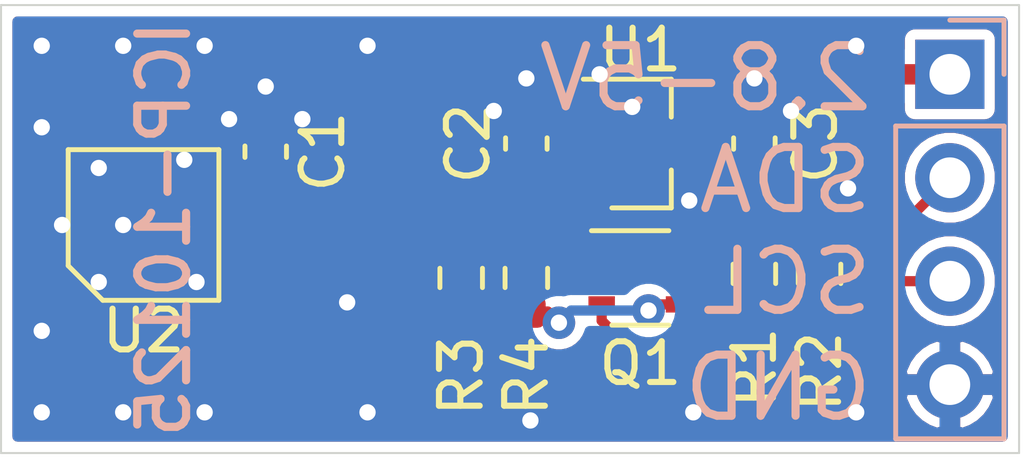
<source format=kicad_pcb>
(kicad_pcb (version 20171130) (host pcbnew "(5.1.10)-1")

  (general
    (thickness 1.6)
    (drawings 9)
    (tracks 105)
    (zones 0)
    (modules 11)
    (nets 8)
  )

  (page A4)
  (layers
    (0 F.Cu signal)
    (31 B.Cu signal)
    (32 B.Adhes user)
    (33 F.Adhes user)
    (34 B.Paste user)
    (35 F.Paste user)
    (36 B.SilkS user)
    (37 F.SilkS user)
    (38 B.Mask user)
    (39 F.Mask user)
    (40 Dwgs.User user)
    (41 Cmts.User user)
    (42 Eco1.User user)
    (43 Eco2.User user)
    (44 Edge.Cuts user)
    (45 Margin user)
    (46 B.CrtYd user)
    (47 F.CrtYd user)
    (48 B.Fab user)
    (49 F.Fab user)
  )

  (setup
    (last_trace_width 0.5)
    (user_trace_width 0.5)
    (trace_clearance 0.2)
    (zone_clearance 0.254)
    (zone_45_only no)
    (trace_min 0.2)
    (via_size 0.8)
    (via_drill 0.4)
    (via_min_size 0.4)
    (via_min_drill 0.3)
    (uvia_size 0.3)
    (uvia_drill 0.1)
    (uvias_allowed no)
    (uvia_min_size 0.2)
    (uvia_min_drill 0.1)
    (edge_width 0.05)
    (segment_width 0.2)
    (pcb_text_width 0.3)
    (pcb_text_size 1.5 1.5)
    (mod_edge_width 0.12)
    (mod_text_size 1 1)
    (mod_text_width 0.15)
    (pad_size 1.524 1.524)
    (pad_drill 0.762)
    (pad_to_mask_clearance 0)
    (aux_axis_origin 0 0)
    (visible_elements 7FFDFFFF)
    (pcbplotparams
      (layerselection 0x010fc_ffffffff)
      (usegerberextensions false)
      (usegerberattributes true)
      (usegerberadvancedattributes true)
      (creategerberjobfile true)
      (excludeedgelayer true)
      (linewidth 0.100000)
      (plotframeref false)
      (viasonmask false)
      (mode 1)
      (useauxorigin false)
      (hpglpennumber 1)
      (hpglpenspeed 20)
      (hpglpendiameter 15.000000)
      (psnegative false)
      (psa4output false)
      (plotreference true)
      (plotvalue true)
      (plotinvisibletext false)
      (padsonsilk false)
      (subtractmaskfromsilk false)
      (outputformat 1)
      (mirror false)
      (drillshape 1)
      (scaleselection 1)
      (outputdirectory ""))
  )

  (net 0 "")
  (net 1 GND)
  (net 2 /VDD18)
  (net 3 VCC)
  (net 4 /SCL)
  (net 5 /SDA)
  (net 6 /SCL18)
  (net 7 /SDA18)

  (net_class Default "This is the default net class."
    (clearance 0.2)
    (trace_width 0.25)
    (via_dia 0.8)
    (via_drill 0.4)
    (uvia_dia 0.3)
    (uvia_drill 0.1)
    (add_net /SCL)
    (add_net /SCL18)
    (add_net /SDA)
    (add_net /SDA18)
    (add_net /VDD18)
    (add_net GND)
    (add_net VCC)
  )

  (module ICP-10125:ICP-10125 (layer F.Cu) (tedit 6101A92F) (tstamp 610212C0)
    (at 101.5 75.4 90)
    (path /6101CB14)
    (fp_text reference U2 (at -2.6 0 180) (layer F.SilkS)
      (effects (font (size 1 1) (thickness 0.15)))
    )
    (fp_text value ICP-10125 (at 0 -2.7 90) (layer F.Fab)
      (effects (font (size 1 1) (thickness 0.15)))
    )
    (fp_line (start -2.1 2.1) (end -2.1 -2.1) (layer F.CrtYd) (width 0.05))
    (fp_line (start 2.1 2.1) (end -2.1 2.1) (layer F.CrtYd) (width 0.05))
    (fp_line (start 2.1 -2.1) (end 2.1 2.1) (layer F.CrtYd) (width 0.05))
    (fp_line (start -2.1 -2.1) (end 2.1 -2.1) (layer F.CrtYd) (width 0.05))
    (fp_line (start -1 -1.85) (end -1.85 -1) (layer F.Fab) (width 0.1))
    (fp_line (start -1.85 1.85) (end -1.85 -1) (layer F.Fab) (width 0.1))
    (fp_line (start 1.85 1.85) (end -1.85 1.85) (layer F.Fab) (width 0.1))
    (fp_line (start 1.85 -1.85) (end 1.85 1.85) (layer F.Fab) (width 0.1))
    (fp_line (start -1 -1.85) (end 1.85 -1.85) (layer F.Fab) (width 0.1))
    (fp_line (start -1 -1.85) (end -1.85 -1) (layer F.SilkS) (width 0.12))
    (fp_line (start -1.85 -1) (end -1.85 1.85) (layer F.SilkS) (width 0.12))
    (fp_line (start 1.85 1.85) (end -1.85 1.85) (layer F.SilkS) (width 0.12))
    (fp_line (start 1.85 -1.85) (end 1.85 1.85) (layer F.SilkS) (width 0.12))
    (fp_line (start -1 -1.85) (end 1.85 -1.85) (layer F.SilkS) (width 0.12))
    (fp_text user %R (at 0 0 90) (layer F.Fab)
      (effects (font (size 0.8 0.8) (thickness 0.12)))
    )
    (pad 10 smd roundrect (at -0.7 -1.225 180) (size 0.75 0.45) (layers F.Cu F.Paste F.Mask) (roundrect_rratio 0.25)
      (net 1 GND))
    (pad 9 smd roundrect (at 0 -1.225 180) (size 0.75 0.45) (layers F.Cu F.Paste F.Mask) (roundrect_rratio 0.25)
      (net 1 GND))
    (pad 8 smd roundrect (at 0.7 -1.225 180) (size 0.75 0.45) (layers F.Cu F.Paste F.Mask) (roundrect_rratio 0.25)
      (net 1 GND))
    (pad 7 smd roundrect (at 1.225 -0.35 270) (size 0.75 0.45) (layers F.Cu F.Paste F.Mask) (roundrect_rratio 0.25)
      (net 1 GND))
    (pad 6 smd roundrect (at 1.225 0.35 270) (size 0.75 0.45) (layers F.Cu F.Paste F.Mask) (roundrect_rratio 0.25)
      (net 1 GND))
    (pad 5 smd roundrect (at 0.7 1.225 180) (size 0.75 0.45) (layers F.Cu F.Paste F.Mask) (roundrect_rratio 0.25)
      (net 2 /VDD18))
    (pad 4 smd roundrect (at 0 1.225 180) (size 0.75 0.45) (layers F.Cu F.Paste F.Mask) (roundrect_rratio 0.25)
      (net 7 /SDA18))
    (pad 3 smd roundrect (at -0.7 1.225 180) (size 0.75 0.45) (layers F.Cu F.Paste F.Mask) (roundrect_rratio 0.25)
      (net 1 GND))
    (pad 2 smd roundrect (at -1.225 0.35 90) (size 0.75 0.45) (layers F.Cu F.Paste F.Mask) (roundrect_rratio 0.25)
      (net 6 /SCL18))
    (pad 1 smd roundrect (at -1.225 -0.35 90) (size 0.75 0.45) (layers F.Cu F.Paste F.Mask) (roundrect_rratio 0.25)
      (net 1 GND))
  )

  (module Package_TO_SOT_SMD:SOT-23 (layer F.Cu) (tedit 5A02FF57) (tstamp 61020232)
    (at 113.7 73.4)
    (descr "SOT-23, Standard")
    (tags SOT-23)
    (path /610211F6)
    (attr smd)
    (fp_text reference U1 (at 0 -2.3) (layer F.SilkS)
      (effects (font (size 1 1) (thickness 0.15)))
    )
    (fp_text value AP7313R (at 0 2.5) (layer F.Fab)
      (effects (font (size 1 1) (thickness 0.15)))
    )
    (fp_line (start 0.76 1.58) (end -0.7 1.58) (layer F.SilkS) (width 0.12))
    (fp_line (start 0.76 -1.58) (end -1.4 -1.58) (layer F.SilkS) (width 0.12))
    (fp_line (start -1.7 1.75) (end -1.7 -1.75) (layer F.CrtYd) (width 0.05))
    (fp_line (start 1.7 1.75) (end -1.7 1.75) (layer F.CrtYd) (width 0.05))
    (fp_line (start 1.7 -1.75) (end 1.7 1.75) (layer F.CrtYd) (width 0.05))
    (fp_line (start -1.7 -1.75) (end 1.7 -1.75) (layer F.CrtYd) (width 0.05))
    (fp_line (start 0.76 -1.58) (end 0.76 -0.65) (layer F.SilkS) (width 0.12))
    (fp_line (start 0.76 1.58) (end 0.76 0.65) (layer F.SilkS) (width 0.12))
    (fp_line (start -0.7 1.52) (end 0.7 1.52) (layer F.Fab) (width 0.1))
    (fp_line (start 0.7 -1.52) (end 0.7 1.52) (layer F.Fab) (width 0.1))
    (fp_line (start -0.7 -0.95) (end -0.15 -1.52) (layer F.Fab) (width 0.1))
    (fp_line (start -0.15 -1.52) (end 0.7 -1.52) (layer F.Fab) (width 0.1))
    (fp_line (start -0.7 -0.95) (end -0.7 1.5) (layer F.Fab) (width 0.1))
    (fp_text user %R (at 0 0 90) (layer F.Fab)
      (effects (font (size 0.5 0.5) (thickness 0.075)))
    )
    (pad 3 smd rect (at 1 0) (size 0.9 0.8) (layers F.Cu F.Paste F.Mask)
      (net 3 VCC))
    (pad 2 smd rect (at -1 0.95) (size 0.9 0.8) (layers F.Cu F.Paste F.Mask)
      (net 2 /VDD18))
    (pad 1 smd rect (at -1 -0.95) (size 0.9 0.8) (layers F.Cu F.Paste F.Mask)
      (net 1 GND))
    (model ${KISYS3DMOD}/Package_TO_SOT_SMD.3dshapes/SOT-23.wrl
      (at (xyz 0 0 0))
      (scale (xyz 1 1 1))
      (rotate (xyz 0 0 0))
    )
  )

  (module Resistor_SMD:R_0603_1608Metric (layer F.Cu) (tedit 5F68FEEE) (tstamp 61020A64)
    (at 110.9 76.7 270)
    (descr "Resistor SMD 0603 (1608 Metric), square (rectangular) end terminal, IPC_7351 nominal, (Body size source: IPC-SM-782 page 72, https://www.pcb-3d.com/wordpress/wp-content/uploads/ipc-sm-782a_amendment_1_and_2.pdf), generated with kicad-footprint-generator")
    (tags resistor)
    (path /61024F43)
    (attr smd)
    (fp_text reference R4 (at 2.4 0 90) (layer F.SilkS)
      (effects (font (size 1 1) (thickness 0.15)))
    )
    (fp_text value 10K (at 0 1.43 90) (layer F.Fab)
      (effects (font (size 1 1) (thickness 0.15)))
    )
    (fp_line (start 1.48 0.73) (end -1.48 0.73) (layer F.CrtYd) (width 0.05))
    (fp_line (start 1.48 -0.73) (end 1.48 0.73) (layer F.CrtYd) (width 0.05))
    (fp_line (start -1.48 -0.73) (end 1.48 -0.73) (layer F.CrtYd) (width 0.05))
    (fp_line (start -1.48 0.73) (end -1.48 -0.73) (layer F.CrtYd) (width 0.05))
    (fp_line (start -0.237258 0.5225) (end 0.237258 0.5225) (layer F.SilkS) (width 0.12))
    (fp_line (start -0.237258 -0.5225) (end 0.237258 -0.5225) (layer F.SilkS) (width 0.12))
    (fp_line (start 0.8 0.4125) (end -0.8 0.4125) (layer F.Fab) (width 0.1))
    (fp_line (start 0.8 -0.4125) (end 0.8 0.4125) (layer F.Fab) (width 0.1))
    (fp_line (start -0.8 -0.4125) (end 0.8 -0.4125) (layer F.Fab) (width 0.1))
    (fp_line (start -0.8 0.4125) (end -0.8 -0.4125) (layer F.Fab) (width 0.1))
    (fp_text user %R (at 0 0 90) (layer F.Fab)
      (effects (font (size 0.4 0.4) (thickness 0.06)))
    )
    (pad 2 smd roundrect (at 0.825 0 270) (size 0.8 0.95) (layers F.Cu F.Paste F.Mask) (roundrect_rratio 0.25)
      (net 6 /SCL18))
    (pad 1 smd roundrect (at -0.825 0 270) (size 0.8 0.95) (layers F.Cu F.Paste F.Mask) (roundrect_rratio 0.25)
      (net 2 /VDD18))
    (model ${KISYS3DMOD}/Resistor_SMD.3dshapes/R_0603_1608Metric.wrl
      (at (xyz 0 0 0))
      (scale (xyz 1 1 1))
      (rotate (xyz 0 0 0))
    )
  )

  (module Resistor_SMD:R_0603_1608Metric (layer F.Cu) (tedit 5F68FEEE) (tstamp 6102020C)
    (at 109.3 76.7 270)
    (descr "Resistor SMD 0603 (1608 Metric), square (rectangular) end terminal, IPC_7351 nominal, (Body size source: IPC-SM-782 page 72, https://www.pcb-3d.com/wordpress/wp-content/uploads/ipc-sm-782a_amendment_1_and_2.pdf), generated with kicad-footprint-generator")
    (tags resistor)
    (path /61024820)
    (attr smd)
    (fp_text reference R3 (at 2.4 0 90) (layer F.SilkS)
      (effects (font (size 1 1) (thickness 0.15)))
    )
    (fp_text value 10K (at 0 1.43 90) (layer F.Fab)
      (effects (font (size 1 1) (thickness 0.15)))
    )
    (fp_line (start 1.48 0.73) (end -1.48 0.73) (layer F.CrtYd) (width 0.05))
    (fp_line (start 1.48 -0.73) (end 1.48 0.73) (layer F.CrtYd) (width 0.05))
    (fp_line (start -1.48 -0.73) (end 1.48 -0.73) (layer F.CrtYd) (width 0.05))
    (fp_line (start -1.48 0.73) (end -1.48 -0.73) (layer F.CrtYd) (width 0.05))
    (fp_line (start -0.237258 0.5225) (end 0.237258 0.5225) (layer F.SilkS) (width 0.12))
    (fp_line (start -0.237258 -0.5225) (end 0.237258 -0.5225) (layer F.SilkS) (width 0.12))
    (fp_line (start 0.8 0.4125) (end -0.8 0.4125) (layer F.Fab) (width 0.1))
    (fp_line (start 0.8 -0.4125) (end 0.8 0.4125) (layer F.Fab) (width 0.1))
    (fp_line (start -0.8 -0.4125) (end 0.8 -0.4125) (layer F.Fab) (width 0.1))
    (fp_line (start -0.8 0.4125) (end -0.8 -0.4125) (layer F.Fab) (width 0.1))
    (fp_text user %R (at 0 0 90) (layer F.Fab)
      (effects (font (size 0.4 0.4) (thickness 0.06)))
    )
    (pad 2 smd roundrect (at 0.825 0 270) (size 0.8 0.95) (layers F.Cu F.Paste F.Mask) (roundrect_rratio 0.25)
      (net 7 /SDA18))
    (pad 1 smd roundrect (at -0.825 0 270) (size 0.8 0.95) (layers F.Cu F.Paste F.Mask) (roundrect_rratio 0.25)
      (net 2 /VDD18))
    (model ${KISYS3DMOD}/Resistor_SMD.3dshapes/R_0603_1608Metric.wrl
      (at (xyz 0 0 0))
      (scale (xyz 1 1 1))
      (rotate (xyz 0 0 0))
    )
  )

  (module Resistor_SMD:R_0603_1608Metric (layer F.Cu) (tedit 5F68FEEE) (tstamp 610201FB)
    (at 118.1 76.6 270)
    (descr "Resistor SMD 0603 (1608 Metric), square (rectangular) end terminal, IPC_7351 nominal, (Body size source: IPC-SM-782 page 72, https://www.pcb-3d.com/wordpress/wp-content/uploads/ipc-sm-782a_amendment_1_and_2.pdf), generated with kicad-footprint-generator")
    (tags resistor)
    (path /610245BD)
    (attr smd)
    (fp_text reference R2 (at 2.4 0 90) (layer F.SilkS)
      (effects (font (size 1 1) (thickness 0.15)))
    )
    (fp_text value 10K (at 0 1.43 90) (layer F.Fab)
      (effects (font (size 1 1) (thickness 0.15)))
    )
    (fp_line (start 1.48 0.73) (end -1.48 0.73) (layer F.CrtYd) (width 0.05))
    (fp_line (start 1.48 -0.73) (end 1.48 0.73) (layer F.CrtYd) (width 0.05))
    (fp_line (start -1.48 -0.73) (end 1.48 -0.73) (layer F.CrtYd) (width 0.05))
    (fp_line (start -1.48 0.73) (end -1.48 -0.73) (layer F.CrtYd) (width 0.05))
    (fp_line (start -0.237258 0.5225) (end 0.237258 0.5225) (layer F.SilkS) (width 0.12))
    (fp_line (start -0.237258 -0.5225) (end 0.237258 -0.5225) (layer F.SilkS) (width 0.12))
    (fp_line (start 0.8 0.4125) (end -0.8 0.4125) (layer F.Fab) (width 0.1))
    (fp_line (start 0.8 -0.4125) (end 0.8 0.4125) (layer F.Fab) (width 0.1))
    (fp_line (start -0.8 -0.4125) (end 0.8 -0.4125) (layer F.Fab) (width 0.1))
    (fp_line (start -0.8 0.4125) (end -0.8 -0.4125) (layer F.Fab) (width 0.1))
    (fp_text user %R (at 0 0 90) (layer F.Fab)
      (effects (font (size 0.4 0.4) (thickness 0.06)))
    )
    (pad 2 smd roundrect (at 0.825 0 270) (size 0.8 0.95) (layers F.Cu F.Paste F.Mask) (roundrect_rratio 0.25)
      (net 4 /SCL))
    (pad 1 smd roundrect (at -0.825 0 270) (size 0.8 0.95) (layers F.Cu F.Paste F.Mask) (roundrect_rratio 0.25)
      (net 3 VCC))
    (model ${KISYS3DMOD}/Resistor_SMD.3dshapes/R_0603_1608Metric.wrl
      (at (xyz 0 0 0))
      (scale (xyz 1 1 1))
      (rotate (xyz 0 0 0))
    )
  )

  (module Resistor_SMD:R_0603_1608Metric (layer F.Cu) (tedit 5F68FEEE) (tstamp 610201EA)
    (at 116.5 76.6 270)
    (descr "Resistor SMD 0603 (1608 Metric), square (rectangular) end terminal, IPC_7351 nominal, (Body size source: IPC-SM-782 page 72, https://www.pcb-3d.com/wordpress/wp-content/uploads/ipc-sm-782a_amendment_1_and_2.pdf), generated with kicad-footprint-generator")
    (tags resistor)
    (path /610241A3)
    (attr smd)
    (fp_text reference R1 (at 2.3 0 90) (layer F.SilkS)
      (effects (font (size 1 1) (thickness 0.15)))
    )
    (fp_text value 10K (at 0 1.43 90) (layer F.Fab)
      (effects (font (size 1 1) (thickness 0.15)))
    )
    (fp_line (start 1.48 0.73) (end -1.48 0.73) (layer F.CrtYd) (width 0.05))
    (fp_line (start 1.48 -0.73) (end 1.48 0.73) (layer F.CrtYd) (width 0.05))
    (fp_line (start -1.48 -0.73) (end 1.48 -0.73) (layer F.CrtYd) (width 0.05))
    (fp_line (start -1.48 0.73) (end -1.48 -0.73) (layer F.CrtYd) (width 0.05))
    (fp_line (start -0.237258 0.5225) (end 0.237258 0.5225) (layer F.SilkS) (width 0.12))
    (fp_line (start -0.237258 -0.5225) (end 0.237258 -0.5225) (layer F.SilkS) (width 0.12))
    (fp_line (start 0.8 0.4125) (end -0.8 0.4125) (layer F.Fab) (width 0.1))
    (fp_line (start 0.8 -0.4125) (end 0.8 0.4125) (layer F.Fab) (width 0.1))
    (fp_line (start -0.8 -0.4125) (end 0.8 -0.4125) (layer F.Fab) (width 0.1))
    (fp_line (start -0.8 0.4125) (end -0.8 -0.4125) (layer F.Fab) (width 0.1))
    (fp_text user %R (at 0 0 90) (layer F.Fab)
      (effects (font (size 0.4 0.4) (thickness 0.06)))
    )
    (pad 2 smd roundrect (at 0.825 0 270) (size 0.8 0.95) (layers F.Cu F.Paste F.Mask) (roundrect_rratio 0.25)
      (net 5 /SDA))
    (pad 1 smd roundrect (at -0.825 0 270) (size 0.8 0.95) (layers F.Cu F.Paste F.Mask) (roundrect_rratio 0.25)
      (net 3 VCC))
    (model ${KISYS3DMOD}/Resistor_SMD.3dshapes/R_0603_1608Metric.wrl
      (at (xyz 0 0 0))
      (scale (xyz 1 1 1))
      (rotate (xyz 0 0 0))
    )
  )

  (module Package_TO_SOT_SMD:SOT-363_SC-70-6 (layer F.Cu) (tedit 5A02FF57) (tstamp 610201D9)
    (at 113.7 76.7)
    (descr "SOT-363, SC-70-6")
    (tags "SOT-363 SC-70-6")
    (path /61021BAE)
    (attr smd)
    (fp_text reference Q1 (at 0 2.1) (layer F.SilkS)
      (effects (font (size 1 1) (thickness 0.15)))
    )
    (fp_text value UM6K34NTCN (at 0 2 180) (layer F.Fab)
      (effects (font (size 1 1) (thickness 0.15)))
    )
    (fp_line (start -0.175 -1.1) (end -0.675 -0.6) (layer F.Fab) (width 0.1))
    (fp_line (start 0.675 1.1) (end -0.675 1.1) (layer F.Fab) (width 0.1))
    (fp_line (start 0.675 -1.1) (end 0.675 1.1) (layer F.Fab) (width 0.1))
    (fp_line (start -1.6 1.4) (end 1.6 1.4) (layer F.CrtYd) (width 0.05))
    (fp_line (start -0.675 -0.6) (end -0.675 1.1) (layer F.Fab) (width 0.1))
    (fp_line (start 0.675 -1.1) (end -0.175 -1.1) (layer F.Fab) (width 0.1))
    (fp_line (start -1.6 -1.4) (end 1.6 -1.4) (layer F.CrtYd) (width 0.05))
    (fp_line (start -1.6 -1.4) (end -1.6 1.4) (layer F.CrtYd) (width 0.05))
    (fp_line (start 1.6 1.4) (end 1.6 -1.4) (layer F.CrtYd) (width 0.05))
    (fp_line (start -0.7 1.16) (end 0.7 1.16) (layer F.SilkS) (width 0.12))
    (fp_line (start 0.7 -1.16) (end -1.2 -1.16) (layer F.SilkS) (width 0.12))
    (fp_text user %R (at 0 0 90) (layer F.Fab)
      (effects (font (size 0.5 0.5) (thickness 0.075)))
    )
    (pad 6 smd rect (at 0.95 -0.65) (size 0.65 0.4) (layers F.Cu F.Paste F.Mask)
      (net 5 /SDA))
    (pad 4 smd rect (at 0.95 0.65) (size 0.65 0.4) (layers F.Cu F.Paste F.Mask)
      (net 6 /SCL18))
    (pad 2 smd rect (at -0.95 0) (size 0.65 0.4) (layers F.Cu F.Paste F.Mask)
      (net 2 /VDD18))
    (pad 5 smd rect (at 0.95 0) (size 0.65 0.4) (layers F.Cu F.Paste F.Mask)
      (net 2 /VDD18))
    (pad 3 smd rect (at -0.95 0.65) (size 0.65 0.4) (layers F.Cu F.Paste F.Mask)
      (net 4 /SCL))
    (pad 1 smd rect (at -0.95 -0.65) (size 0.65 0.4) (layers F.Cu F.Paste F.Mask)
      (net 7 /SDA18))
    (model ${KISYS3DMOD}/Package_TO_SOT_SMD.3dshapes/SOT-363_SC-70-6.wrl
      (at (xyz 0 0 0))
      (scale (xyz 1 1 1))
      (rotate (xyz 0 0 0))
    )
  )

  (module Connector_PinHeader_2.54mm:PinHeader_1x04_P2.54mm_Vertical (layer B.Cu) (tedit 59FED5CC) (tstamp 610201C3)
    (at 121.3 71.7 180)
    (descr "Through hole straight pin header, 1x04, 2.54mm pitch, single row")
    (tags "Through hole pin header THT 1x04 2.54mm single row")
    (path /61044E00)
    (fp_text reference J1 (at 0 2.33) (layer B.SilkS) hide
      (effects (font (size 1 1) (thickness 0.15)) (justify mirror))
    )
    (fp_text value Conn_01x04 (at 0 -9.95) (layer B.Fab)
      (effects (font (size 1 1) (thickness 0.15)) (justify mirror))
    )
    (fp_line (start 1.8 1.8) (end -1.8 1.8) (layer B.CrtYd) (width 0.05))
    (fp_line (start 1.8 -9.4) (end 1.8 1.8) (layer B.CrtYd) (width 0.05))
    (fp_line (start -1.8 -9.4) (end 1.8 -9.4) (layer B.CrtYd) (width 0.05))
    (fp_line (start -1.8 1.8) (end -1.8 -9.4) (layer B.CrtYd) (width 0.05))
    (fp_line (start -1.33 1.33) (end 0 1.33) (layer B.SilkS) (width 0.12))
    (fp_line (start -1.33 0) (end -1.33 1.33) (layer B.SilkS) (width 0.12))
    (fp_line (start -1.33 -1.27) (end 1.33 -1.27) (layer B.SilkS) (width 0.12))
    (fp_line (start 1.33 -1.27) (end 1.33 -8.95) (layer B.SilkS) (width 0.12))
    (fp_line (start -1.33 -1.27) (end -1.33 -8.95) (layer B.SilkS) (width 0.12))
    (fp_line (start -1.33 -8.95) (end 1.33 -8.95) (layer B.SilkS) (width 0.12))
    (fp_line (start -1.27 0.635) (end -0.635 1.27) (layer B.Fab) (width 0.1))
    (fp_line (start -1.27 -8.89) (end -1.27 0.635) (layer B.Fab) (width 0.1))
    (fp_line (start 1.27 -8.89) (end -1.27 -8.89) (layer B.Fab) (width 0.1))
    (fp_line (start 1.27 1.27) (end 1.27 -8.89) (layer B.Fab) (width 0.1))
    (fp_line (start -0.635 1.27) (end 1.27 1.27) (layer B.Fab) (width 0.1))
    (fp_text user %R (at 0 -3.81 270) (layer B.Fab)
      (effects (font (size 1 1) (thickness 0.15)) (justify mirror))
    )
    (pad 4 thru_hole oval (at 0 -7.62 180) (size 1.7 1.7) (drill 1) (layers *.Cu *.Mask)
      (net 1 GND))
    (pad 3 thru_hole oval (at 0 -5.08 180) (size 1.7 1.7) (drill 1) (layers *.Cu *.Mask)
      (net 4 /SCL))
    (pad 2 thru_hole oval (at 0 -2.54 180) (size 1.7 1.7) (drill 1) (layers *.Cu *.Mask)
      (net 5 /SDA))
    (pad 1 thru_hole rect (at 0 0 180) (size 1.7 1.7) (drill 1) (layers *.Cu *.Mask)
      (net 3 VCC))
    (model ${KISYS3DMOD}/Connector_PinHeader_2.54mm.3dshapes/PinHeader_1x04_P2.54mm_Vertical.wrl
      (at (xyz 0 0 0))
      (scale (xyz 1 1 1))
      (rotate (xyz 0 0 0))
    )
  )

  (module Capacitor_SMD:C_0603_1608Metric (layer F.Cu) (tedit 5F68FEEE) (tstamp 610201AB)
    (at 116.5 73.4 90)
    (descr "Capacitor SMD 0603 (1608 Metric), square (rectangular) end terminal, IPC_7351 nominal, (Body size source: IPC-SM-782 page 76, https://www.pcb-3d.com/wordpress/wp-content/uploads/ipc-sm-782a_amendment_1_and_2.pdf), generated with kicad-footprint-generator")
    (tags capacitor)
    (path /61023DA3)
    (attr smd)
    (fp_text reference C3 (at 0 1.5 90) (layer F.SilkS)
      (effects (font (size 1 1) (thickness 0.15)))
    )
    (fp_text value 1uF (at 0 1.43 90) (layer F.Fab)
      (effects (font (size 1 1) (thickness 0.15)))
    )
    (fp_line (start 1.48 0.73) (end -1.48 0.73) (layer F.CrtYd) (width 0.05))
    (fp_line (start 1.48 -0.73) (end 1.48 0.73) (layer F.CrtYd) (width 0.05))
    (fp_line (start -1.48 -0.73) (end 1.48 -0.73) (layer F.CrtYd) (width 0.05))
    (fp_line (start -1.48 0.73) (end -1.48 -0.73) (layer F.CrtYd) (width 0.05))
    (fp_line (start -0.14058 0.51) (end 0.14058 0.51) (layer F.SilkS) (width 0.12))
    (fp_line (start -0.14058 -0.51) (end 0.14058 -0.51) (layer F.SilkS) (width 0.12))
    (fp_line (start 0.8 0.4) (end -0.8 0.4) (layer F.Fab) (width 0.1))
    (fp_line (start 0.8 -0.4) (end 0.8 0.4) (layer F.Fab) (width 0.1))
    (fp_line (start -0.8 -0.4) (end 0.8 -0.4) (layer F.Fab) (width 0.1))
    (fp_line (start -0.8 0.4) (end -0.8 -0.4) (layer F.Fab) (width 0.1))
    (fp_text user %R (at 0 0 90) (layer F.Fab)
      (effects (font (size 0.4 0.4) (thickness 0.06)))
    )
    (pad 2 smd roundrect (at 0.775 0 90) (size 0.9 0.95) (layers F.Cu F.Paste F.Mask) (roundrect_rratio 0.25)
      (net 1 GND))
    (pad 1 smd roundrect (at -0.775 0 90) (size 0.9 0.95) (layers F.Cu F.Paste F.Mask) (roundrect_rratio 0.25)
      (net 3 VCC))
    (model ${KISYS3DMOD}/Capacitor_SMD.3dshapes/C_0603_1608Metric.wrl
      (at (xyz 0 0 0))
      (scale (xyz 1 1 1))
      (rotate (xyz 0 0 0))
    )
  )

  (module Capacitor_SMD:C_0603_1608Metric (layer F.Cu) (tedit 5F68FEEE) (tstamp 6102019A)
    (at 110.9 73.4 90)
    (descr "Capacitor SMD 0603 (1608 Metric), square (rectangular) end terminal, IPC_7351 nominal, (Body size source: IPC-SM-782 page 76, https://www.pcb-3d.com/wordpress/wp-content/uploads/ipc-sm-782a_amendment_1_and_2.pdf), generated with kicad-footprint-generator")
    (tags capacitor)
    (path /61023B83)
    (attr smd)
    (fp_text reference C2 (at 0 -1.43 90) (layer F.SilkS)
      (effects (font (size 1 1) (thickness 0.15)))
    )
    (fp_text value 1uF (at 0 1.43 90) (layer F.Fab)
      (effects (font (size 1 1) (thickness 0.15)))
    )
    (fp_line (start 1.48 0.73) (end -1.48 0.73) (layer F.CrtYd) (width 0.05))
    (fp_line (start 1.48 -0.73) (end 1.48 0.73) (layer F.CrtYd) (width 0.05))
    (fp_line (start -1.48 -0.73) (end 1.48 -0.73) (layer F.CrtYd) (width 0.05))
    (fp_line (start -1.48 0.73) (end -1.48 -0.73) (layer F.CrtYd) (width 0.05))
    (fp_line (start -0.14058 0.51) (end 0.14058 0.51) (layer F.SilkS) (width 0.12))
    (fp_line (start -0.14058 -0.51) (end 0.14058 -0.51) (layer F.SilkS) (width 0.12))
    (fp_line (start 0.8 0.4) (end -0.8 0.4) (layer F.Fab) (width 0.1))
    (fp_line (start 0.8 -0.4) (end 0.8 0.4) (layer F.Fab) (width 0.1))
    (fp_line (start -0.8 -0.4) (end 0.8 -0.4) (layer F.Fab) (width 0.1))
    (fp_line (start -0.8 0.4) (end -0.8 -0.4) (layer F.Fab) (width 0.1))
    (fp_text user %R (at 0 0 90) (layer F.Fab)
      (effects (font (size 0.4 0.4) (thickness 0.06)))
    )
    (pad 2 smd roundrect (at 0.775 0 90) (size 0.9 0.95) (layers F.Cu F.Paste F.Mask) (roundrect_rratio 0.25)
      (net 1 GND))
    (pad 1 smd roundrect (at -0.775 0 90) (size 0.9 0.95) (layers F.Cu F.Paste F.Mask) (roundrect_rratio 0.25)
      (net 2 /VDD18))
    (model ${KISYS3DMOD}/Capacitor_SMD.3dshapes/C_0603_1608Metric.wrl
      (at (xyz 0 0 0))
      (scale (xyz 1 1 1))
      (rotate (xyz 0 0 0))
    )
  )

  (module Capacitor_SMD:C_0603_1608Metric (layer F.Cu) (tedit 5F68FEEE) (tstamp 61020189)
    (at 104.5 73.6 90)
    (descr "Capacitor SMD 0603 (1608 Metric), square (rectangular) end terminal, IPC_7351 nominal, (Body size source: IPC-SM-782 page 76, https://www.pcb-3d.com/wordpress/wp-content/uploads/ipc-sm-782a_amendment_1_and_2.pdf), generated with kicad-footprint-generator")
    (tags capacitor)
    (path /610231B2)
    (attr smd)
    (fp_text reference C1 (at 0 1.4 90) (layer F.SilkS)
      (effects (font (size 1 1) (thickness 0.15)))
    )
    (fp_text value 100nF (at 0 1.43 90) (layer F.Fab)
      (effects (font (size 1 1) (thickness 0.15)))
    )
    (fp_line (start 1.48 0.73) (end -1.48 0.73) (layer F.CrtYd) (width 0.05))
    (fp_line (start 1.48 -0.73) (end 1.48 0.73) (layer F.CrtYd) (width 0.05))
    (fp_line (start -1.48 -0.73) (end 1.48 -0.73) (layer F.CrtYd) (width 0.05))
    (fp_line (start -1.48 0.73) (end -1.48 -0.73) (layer F.CrtYd) (width 0.05))
    (fp_line (start -0.14058 0.51) (end 0.14058 0.51) (layer F.SilkS) (width 0.12))
    (fp_line (start -0.14058 -0.51) (end 0.14058 -0.51) (layer F.SilkS) (width 0.12))
    (fp_line (start 0.8 0.4) (end -0.8 0.4) (layer F.Fab) (width 0.1))
    (fp_line (start 0.8 -0.4) (end 0.8 0.4) (layer F.Fab) (width 0.1))
    (fp_line (start -0.8 -0.4) (end 0.8 -0.4) (layer F.Fab) (width 0.1))
    (fp_line (start -0.8 0.4) (end -0.8 -0.4) (layer F.Fab) (width 0.1))
    (fp_text user %R (at 0 0 90) (layer F.Fab)
      (effects (font (size 0.4 0.4) (thickness 0.06)))
    )
    (pad 2 smd roundrect (at 0.775 0 90) (size 0.9 0.95) (layers F.Cu F.Paste F.Mask) (roundrect_rratio 0.25)
      (net 1 GND))
    (pad 1 smd roundrect (at -0.775 0 90) (size 0.9 0.95) (layers F.Cu F.Paste F.Mask) (roundrect_rratio 0.25)
      (net 2 /VDD18))
    (model ${KISYS3DMOD}/Capacitor_SMD.3dshapes/C_0603_1608Metric.wrl
      (at (xyz 0 0 0))
      (scale (xyz 1 1 1))
      (rotate (xyz 0 0 0))
    )
  )

  (gr_text ICP-10125 (at 102 75.5 90) (layer B.SilkS) (tstamp 61021525)
    (effects (font (size 1.2 1.2) (thickness 0.2)) (justify mirror))
  )
  (gr_text GND (at 119.5 79.4) (layer B.SilkS) (tstamp 61021522)
    (effects (font (size 1.5 1.5) (thickness 0.2)) (justify left mirror))
  )
  (gr_text SCL (at 119.5 76.8) (layer B.SilkS) (tstamp 6102151F)
    (effects (font (size 1.5 1.5) (thickness 0.2)) (justify left mirror))
  )
  (gr_text SDA (at 119.5 74.3) (layer B.SilkS) (tstamp 6102151C)
    (effects (font (size 1.5 1.5) (thickness 0.2)) (justify left mirror))
  )
  (gr_text 2.8-5V (at 119.5 71.8) (layer B.SilkS)
    (effects (font (size 1.5 1.5) (thickness 0.2)) (justify left mirror))
  )
  (gr_line (start 123 81) (end 123 70) (layer Edge.Cuts) (width 0.05) (tstamp 61020F75))
  (gr_line (start 98 81) (end 123 81) (layer Edge.Cuts) (width 0.05))
  (gr_line (start 98 70) (end 98 81) (layer Edge.Cuts) (width 0.05))
  (gr_line (start 123 70) (end 98 70) (layer Edge.Cuts) (width 0.05))

  (via (at 116.5 71.8) (size 0.8) (drill 0.4) (layers F.Cu B.Cu) (net 1))
  (segment (start 116.5 72.625) (end 116.5 71.8) (width 0.5) (layer F.Cu) (net 1))
  (via (at 117.4 72.6) (size 0.8) (drill 0.4) (layers F.Cu B.Cu) (net 1))
  (segment (start 117.375 72.625) (end 117.4 72.6) (width 0.5) (layer F.Cu) (net 1))
  (segment (start 116.5 72.625) (end 117.375 72.625) (width 0.5) (layer F.Cu) (net 1))
  (via (at 112.7 71.7) (size 0.8) (drill 0.4) (layers F.Cu B.Cu) (net 1))
  (segment (start 112.7 72.45) (end 112.7 71.7) (width 0.5) (layer F.Cu) (net 1))
  (via (at 113.5 72.5) (size 0.8) (drill 0.4) (layers F.Cu B.Cu) (net 1))
  (segment (start 113.45 72.45) (end 113.5 72.5) (width 0.5) (layer F.Cu) (net 1))
  (segment (start 112.7 72.45) (end 113.45 72.45) (width 0.5) (layer F.Cu) (net 1))
  (via (at 110.9 71.8) (size 0.8) (drill 0.4) (layers F.Cu B.Cu) (net 1))
  (segment (start 110.9 72.625) (end 110.9 71.8) (width 0.5) (layer F.Cu) (net 1))
  (via (at 110.1 72.6) (size 0.8) (drill 0.4) (layers F.Cu B.Cu) (net 1))
  (segment (start 110.125 72.625) (end 110.1 72.6) (width 0.5) (layer F.Cu) (net 1))
  (segment (start 110.9 72.625) (end 110.125 72.625) (width 0.5) (layer F.Cu) (net 1))
  (via (at 104.5 72) (size 0.8) (drill 0.4) (layers F.Cu B.Cu) (net 1))
  (segment (start 104.5 72.825) (end 104.5 72) (width 0.5) (layer F.Cu) (net 1))
  (via (at 105.4 72.8) (size 0.8) (drill 0.4) (layers F.Cu B.Cu) (net 1))
  (segment (start 105.375 72.825) (end 105.4 72.8) (width 0.5) (layer F.Cu) (net 1))
  (segment (start 104.5 72.825) (end 105.375 72.825) (width 0.5) (layer F.Cu) (net 1))
  (via (at 103.6 72.8) (size 0.8) (drill 0.4) (layers F.Cu B.Cu) (net 1))
  (segment (start 103.625 72.825) (end 103.6 72.8) (width 0.5) (layer F.Cu) (net 1))
  (segment (start 104.5 72.825) (end 103.625 72.825) (width 0.5) (layer F.Cu) (net 1))
  (via (at 101 75.4) (size 0.8) (drill 0.4) (layers F.Cu B.Cu) (net 1))
  (segment (start 100.275 75.4) (end 101 75.4) (width 0.5) (layer F.Cu) (net 1))
  (via (at 99.5 75.4) (size 0.8) (drill 0.4) (layers F.Cu B.Cu) (net 1))
  (segment (start 100.275 75.4) (end 99.5 75.4) (width 0.5) (layer F.Cu) (net 1))
  (via (at 100.4 76.8) (size 0.8) (drill 0.4) (layers F.Cu B.Cu) (net 1))
  (via (at 102.8 76.8) (size 0.8) (drill 0.4) (layers F.Cu B.Cu) (net 1))
  (via (at 102.5 73.8) (size 0.8) (drill 0.4) (layers F.Cu B.Cu) (net 1))
  (via (at 100.4 74) (size 0.8) (drill 0.4) (layers F.Cu B.Cu) (net 1))
  (via (at 114.9 74.8) (size 0.8) (drill 0.4) (layers F.Cu B.Cu) (net 1))
  (via (at 118.8 74.5) (size 0.8) (drill 0.4) (layers F.Cu B.Cu) (net 1))
  (via (at 106.5 77.3) (size 0.8) (drill 0.4) (layers F.Cu B.Cu) (net 1))
  (via (at 99 71) (size 0.8) (drill 0.4) (layers F.Cu B.Cu) (net 1))
  (via (at 99 80) (size 0.8) (drill 0.4) (layers F.Cu B.Cu) (net 1))
  (via (at 99 73) (size 0.8) (drill 0.4) (layers F.Cu B.Cu) (net 1))
  (via (at 99 78) (size 0.8) (drill 0.4) (layers F.Cu B.Cu) (net 1))
  (via (at 101 71) (size 0.8) (drill 0.4) (layers F.Cu B.Cu) (net 1))
  (via (at 103 71) (size 0.8) (drill 0.4) (layers F.Cu B.Cu) (net 1))
  (via (at 101 80) (size 0.8) (drill 0.4) (layers F.Cu B.Cu) (net 1))
  (via (at 103 80) (size 0.8) (drill 0.4) (layers F.Cu B.Cu) (net 1))
  (via (at 107 80) (size 0.8) (drill 0.4) (layers F.Cu B.Cu) (net 1))
  (via (at 107 71) (size 0.8) (drill 0.4) (layers F.Cu B.Cu) (net 1))
  (via (at 111 80.2) (size 0.8) (drill 0.4) (layers F.Cu B.Cu) (net 1))
  (via (at 115 80) (size 0.8) (drill 0.4) (layers F.Cu B.Cu) (net 1))
  (via (at 119 80) (size 0.8) (drill 0.4) (layers F.Cu B.Cu) (net 1))
  (via (at 119 71) (size 0.8) (drill 0.4) (layers F.Cu B.Cu) (net 1))
  (segment (start 110.9 74.175) (end 111.575 74.175) (width 0.5) (layer F.Cu) (net 2))
  (segment (start 111.75 74.35) (end 112.7 74.35) (width 0.5) (layer F.Cu) (net 2))
  (segment (start 111.575 74.175) (end 111.75 74.35) (width 0.5) (layer F.Cu) (net 2))
  (segment (start 110.9 74.175) (end 106.925 74.175) (width 0.5) (layer F.Cu) (net 2))
  (segment (start 106.725 74.375) (end 104.5 74.375) (width 0.5) (layer F.Cu) (net 2))
  (segment (start 106.925 74.175) (end 106.725 74.375) (width 0.5) (layer F.Cu) (net 2))
  (segment (start 102.725 74.7) (end 103.4 74.7) (width 0.5) (layer F.Cu) (net 2))
  (segment (start 103.725 74.375) (end 104.5 74.375) (width 0.5) (layer F.Cu) (net 2))
  (segment (start 103.4 74.7) (end 103.725 74.375) (width 0.5) (layer F.Cu) (net 2))
  (segment (start 109.3 75.875) (end 110.9 75.875) (width 0.25) (layer F.Cu) (net 2))
  (segment (start 110.9 74.175) (end 110.9 75.875) (width 0.25) (layer F.Cu) (net 2))
  (segment (start 113.7 76.7) (end 113.7 75.8) (width 0.25) (layer F.Cu) (net 2))
  (segment (start 112.75 76.7) (end 113.7 76.7) (width 0.25) (layer F.Cu) (net 2))
  (segment (start 113.7 76.7) (end 114.65 76.7) (width 0.25) (layer F.Cu) (net 2))
  (segment (start 113.7 75.8) (end 113.3 75.4) (width 0.25) (layer F.Cu) (net 2))
  (segment (start 113.3 75.4) (end 112.9 75.4) (width 0.25) (layer F.Cu) (net 2))
  (segment (start 112.7 75.2) (end 112.7 74.35) (width 0.25) (layer F.Cu) (net 2))
  (segment (start 112.9 75.4) (end 112.7 75.2) (width 0.25) (layer F.Cu) (net 2))
  (segment (start 115.725 73.4) (end 116.5 74.175) (width 0.5) (layer F.Cu) (net 3))
  (segment (start 114.7 73.4) (end 115.725 73.4) (width 0.5) (layer F.Cu) (net 3))
  (segment (start 116.5 74.175) (end 117.425 74.175) (width 0.5) (layer F.Cu) (net 3))
  (segment (start 119.9 71.7) (end 121.3 71.7) (width 0.5) (layer F.Cu) (net 3))
  (segment (start 117.425 74.175) (end 119.9 71.7) (width 0.5) (layer F.Cu) (net 3))
  (segment (start 116.5 74.175) (end 116.5 75.775) (width 0.25) (layer F.Cu) (net 3))
  (segment (start 116.5 75.775) (end 118.1 75.775) (width 0.25) (layer F.Cu) (net 3))
  (segment (start 118.1 77.425) (end 119.075 77.425) (width 0.25) (layer F.Cu) (net 4))
  (segment (start 119.72 76.78) (end 121.3 76.78) (width 0.25) (layer F.Cu) (net 4))
  (segment (start 119.075 77.425) (end 119.72 76.78) (width 0.25) (layer F.Cu) (net 4))
  (segment (start 112.75 77.35) (end 112.75 77.75) (width 0.25) (layer F.Cu) (net 4))
  (segment (start 112.75 77.75) (end 113.3 78.3) (width 0.25) (layer F.Cu) (net 4))
  (segment (start 117.225 78.3) (end 118.1 77.425) (width 0.25) (layer F.Cu) (net 4))
  (segment (start 113.3 78.3) (end 117.225 78.3) (width 0.25) (layer F.Cu) (net 4))
  (segment (start 115.25 76.05) (end 114.65 76.05) (width 0.25) (layer F.Cu) (net 5))
  (segment (start 115.8 76.6) (end 115.25 76.05) (width 0.25) (layer F.Cu) (net 5))
  (segment (start 121.3 74.24) (end 118.94 76.6) (width 0.25) (layer F.Cu) (net 5))
  (segment (start 116.5 77.425) (end 116.5 76.6) (width 0.25) (layer F.Cu) (net 5))
  (segment (start 116.5 76.6) (end 115.8 76.6) (width 0.25) (layer F.Cu) (net 5))
  (segment (start 118.94 76.6) (end 116.5 76.6) (width 0.25) (layer F.Cu) (net 5))
  (segment (start 101.85 76.625) (end 101.85 77.45) (width 0.25) (layer F.Cu) (net 6))
  (segment (start 101.85 77.45) (end 102.8 78.4) (width 0.25) (layer F.Cu) (net 6))
  (segment (start 110.025 78.4) (end 110.9 77.525) (width 0.25) (layer F.Cu) (net 6))
  (segment (start 102.8 78.4) (end 110.025 78.4) (width 0.25) (layer F.Cu) (net 6))
  (via (at 113.9 77.5) (size 0.8) (drill 0.4) (layers F.Cu B.Cu) (net 6))
  (segment (start 113.9 77.5) (end 112 77.5) (width 0.25) (layer B.Cu) (net 6))
  (segment (start 112 77.5) (end 111.7 77.8) (width 0.25) (layer B.Cu) (net 6))
  (via (at 111.7 77.8) (size 0.8) (drill 0.4) (layers F.Cu B.Cu) (net 6))
  (segment (start 114.65 77.35) (end 114.05 77.35) (width 0.25) (layer F.Cu) (net 6))
  (segment (start 114.05 77.35) (end 113.9 77.5) (width 0.25) (layer F.Cu) (net 6))
  (segment (start 111.425 77.525) (end 111.7 77.8) (width 0.25) (layer F.Cu) (net 6))
  (segment (start 110.9 77.525) (end 111.425 77.525) (width 0.25) (layer F.Cu) (net 6))
  (segment (start 102.725 75.4) (end 106.2 75.4) (width 0.25) (layer F.Cu) (net 7))
  (segment (start 108.325 77.525) (end 109.3 77.525) (width 0.25) (layer F.Cu) (net 7))
  (segment (start 106.2 75.4) (end 108.325 77.525) (width 0.25) (layer F.Cu) (net 7))
  (segment (start 112.75 76.05) (end 112.15 76.05) (width 0.25) (layer F.Cu) (net 7))
  (segment (start 112.15 76.05) (end 111.5 76.7) (width 0.25) (layer F.Cu) (net 7))
  (segment (start 110.125 76.7) (end 109.3 77.525) (width 0.25) (layer F.Cu) (net 7))
  (segment (start 111.5 76.7) (end 110.125 76.7) (width 0.25) (layer F.Cu) (net 7))

  (zone (net 1) (net_name GND) (layer B.Cu) (tstamp 6102124D) (hatch edge 0.508)
    (connect_pads (clearance 0.254))
    (min_thickness 0.254)
    (fill yes (arc_segments 32) (thermal_gap 0.254) (thermal_bridge_width 0.508))
    (polygon
      (pts
        (xy 123 81) (xy 98 81) (xy 98 70) (xy 123 70)
      )
    )
    (filled_polygon
      (pts
        (xy 122.594 80.594) (xy 98.406 80.594) (xy 98.406 79.63698) (xy 120.110511 79.63698) (xy 120.134866 79.717288)
        (xy 120.234761 79.936961) (xy 120.375592 80.132924) (xy 120.551948 80.297647) (xy 120.757051 80.424799) (xy 120.983019 80.509495)
        (xy 121.173 80.449187) (xy 121.173 79.447) (xy 121.427 79.447) (xy 121.427 80.449187) (xy 121.616981 80.509495)
        (xy 121.842949 80.424799) (xy 122.048052 80.297647) (xy 122.224408 80.132924) (xy 122.365239 79.936961) (xy 122.465134 79.717288)
        (xy 122.489489 79.63698) (xy 122.428627 79.447) (xy 121.427 79.447) (xy 121.173 79.447) (xy 120.171373 79.447)
        (xy 120.110511 79.63698) (xy 98.406 79.63698) (xy 98.406 79.00302) (xy 120.110511 79.00302) (xy 120.171373 79.193)
        (xy 121.173 79.193) (xy 121.173 78.190813) (xy 121.427 78.190813) (xy 121.427 79.193) (xy 122.428627 79.193)
        (xy 122.489489 79.00302) (xy 122.465134 78.922712) (xy 122.365239 78.703039) (xy 122.224408 78.507076) (xy 122.048052 78.342353)
        (xy 121.842949 78.215201) (xy 121.616981 78.130505) (xy 121.427 78.190813) (xy 121.173 78.190813) (xy 120.983019 78.130505)
        (xy 120.757051 78.215201) (xy 120.551948 78.342353) (xy 120.375592 78.507076) (xy 120.234761 78.703039) (xy 120.134866 78.922712)
        (xy 120.110511 79.00302) (xy 98.406 79.00302) (xy 98.406 77.723078) (xy 110.919 77.723078) (xy 110.919 77.876922)
        (xy 110.949013 78.027809) (xy 111.007887 78.169942) (xy 111.093358 78.297859) (xy 111.202141 78.406642) (xy 111.330058 78.492113)
        (xy 111.472191 78.550987) (xy 111.623078 78.581) (xy 111.776922 78.581) (xy 111.927809 78.550987) (xy 112.069942 78.492113)
        (xy 112.197859 78.406642) (xy 112.306642 78.297859) (xy 112.392113 78.169942) (xy 112.450987 78.027809) (xy 112.455325 78.006)
        (xy 113.301499 78.006) (xy 113.402141 78.106642) (xy 113.530058 78.192113) (xy 113.672191 78.250987) (xy 113.823078 78.281)
        (xy 113.976922 78.281) (xy 114.127809 78.250987) (xy 114.269942 78.192113) (xy 114.397859 78.106642) (xy 114.506642 77.997859)
        (xy 114.592113 77.869942) (xy 114.650987 77.727809) (xy 114.681 77.576922) (xy 114.681 77.423078) (xy 114.650987 77.272191)
        (xy 114.592113 77.130058) (xy 114.506642 77.002141) (xy 114.397859 76.893358) (xy 114.269942 76.807887) (xy 114.127809 76.749013)
        (xy 113.976922 76.719) (xy 113.823078 76.719) (xy 113.672191 76.749013) (xy 113.530058 76.807887) (xy 113.402141 76.893358)
        (xy 113.301499 76.994) (xy 112.024845 76.994) (xy 111.999999 76.991553) (xy 111.975153 76.994) (xy 111.975146 76.994)
        (xy 111.900807 77.001322) (xy 111.816546 77.026882) (xy 111.776922 77.019) (xy 111.623078 77.019) (xy 111.472191 77.049013)
        (xy 111.330058 77.107887) (xy 111.202141 77.193358) (xy 111.093358 77.302141) (xy 111.007887 77.430058) (xy 110.949013 77.572191)
        (xy 110.919 77.723078) (xy 98.406 77.723078) (xy 98.406 76.658757) (xy 120.069 76.658757) (xy 120.069 76.901243)
        (xy 120.116307 77.139069) (xy 120.209102 77.363097) (xy 120.34382 77.564717) (xy 120.515283 77.73618) (xy 120.716903 77.870898)
        (xy 120.940931 77.963693) (xy 121.178757 78.011) (xy 121.421243 78.011) (xy 121.659069 77.963693) (xy 121.883097 77.870898)
        (xy 122.084717 77.73618) (xy 122.25618 77.564717) (xy 122.390898 77.363097) (xy 122.483693 77.139069) (xy 122.531 76.901243)
        (xy 122.531 76.658757) (xy 122.483693 76.420931) (xy 122.390898 76.196903) (xy 122.25618 75.995283) (xy 122.084717 75.82382)
        (xy 121.883097 75.689102) (xy 121.659069 75.596307) (xy 121.421243 75.549) (xy 121.178757 75.549) (xy 120.940931 75.596307)
        (xy 120.716903 75.689102) (xy 120.515283 75.82382) (xy 120.34382 75.995283) (xy 120.209102 76.196903) (xy 120.116307 76.420931)
        (xy 120.069 76.658757) (xy 98.406 76.658757) (xy 98.406 74.118757) (xy 120.069 74.118757) (xy 120.069 74.361243)
        (xy 120.116307 74.599069) (xy 120.209102 74.823097) (xy 120.34382 75.024717) (xy 120.515283 75.19618) (xy 120.716903 75.330898)
        (xy 120.940931 75.423693) (xy 121.178757 75.471) (xy 121.421243 75.471) (xy 121.659069 75.423693) (xy 121.883097 75.330898)
        (xy 122.084717 75.19618) (xy 122.25618 75.024717) (xy 122.390898 74.823097) (xy 122.483693 74.599069) (xy 122.531 74.361243)
        (xy 122.531 74.118757) (xy 122.483693 73.880931) (xy 122.390898 73.656903) (xy 122.25618 73.455283) (xy 122.084717 73.28382)
        (xy 121.883097 73.149102) (xy 121.659069 73.056307) (xy 121.421243 73.009) (xy 121.178757 73.009) (xy 120.940931 73.056307)
        (xy 120.716903 73.149102) (xy 120.515283 73.28382) (xy 120.34382 73.455283) (xy 120.209102 73.656903) (xy 120.116307 73.880931)
        (xy 120.069 74.118757) (xy 98.406 74.118757) (xy 98.406 70.85) (xy 120.067157 70.85) (xy 120.067157 72.55)
        (xy 120.074513 72.624689) (xy 120.096299 72.696508) (xy 120.131678 72.762696) (xy 120.179289 72.820711) (xy 120.237304 72.868322)
        (xy 120.303492 72.903701) (xy 120.375311 72.925487) (xy 120.45 72.932843) (xy 122.15 72.932843) (xy 122.224689 72.925487)
        (xy 122.296508 72.903701) (xy 122.362696 72.868322) (xy 122.420711 72.820711) (xy 122.468322 72.762696) (xy 122.503701 72.696508)
        (xy 122.525487 72.624689) (xy 122.532843 72.55) (xy 122.532843 70.85) (xy 122.525487 70.775311) (xy 122.503701 70.703492)
        (xy 122.468322 70.637304) (xy 122.420711 70.579289) (xy 122.362696 70.531678) (xy 122.296508 70.496299) (xy 122.224689 70.474513)
        (xy 122.15 70.467157) (xy 120.45 70.467157) (xy 120.375311 70.474513) (xy 120.303492 70.496299) (xy 120.237304 70.531678)
        (xy 120.179289 70.579289) (xy 120.131678 70.637304) (xy 120.096299 70.703492) (xy 120.074513 70.775311) (xy 120.067157 70.85)
        (xy 98.406 70.85) (xy 98.406 70.406) (xy 122.594001 70.406)
      )
    )
  )
  (zone (net 1) (net_name GND) (layer F.Cu) (tstamp 6102124A) (hatch edge 0.508)
    (connect_pads (clearance 0.254))
    (min_thickness 0.254)
    (fill yes (arc_segments 32) (thermal_gap 0.254) (thermal_bridge_width 0.508))
    (polygon
      (pts
        (xy 123 81) (xy 98 81) (xy 98 70) (xy 123 70)
      )
    )
    (filled_polygon
      (pts
        (xy 122.594 80.594) (xy 98.406 80.594) (xy 98.406 79.63698) (xy 120.110511 79.63698) (xy 120.134866 79.717288)
        (xy 120.234761 79.936961) (xy 120.375592 80.132924) (xy 120.551948 80.297647) (xy 120.757051 80.424799) (xy 120.983019 80.509495)
        (xy 121.173 80.449187) (xy 121.173 79.447) (xy 121.427 79.447) (xy 121.427 80.449187) (xy 121.616981 80.509495)
        (xy 121.842949 80.424799) (xy 122.048052 80.297647) (xy 122.224408 80.132924) (xy 122.365239 79.936961) (xy 122.465134 79.717288)
        (xy 122.489489 79.63698) (xy 122.428627 79.447) (xy 121.427 79.447) (xy 121.173 79.447) (xy 120.171373 79.447)
        (xy 120.110511 79.63698) (xy 98.406 79.63698) (xy 98.406 79.00302) (xy 120.110511 79.00302) (xy 120.171373 79.193)
        (xy 121.173 79.193) (xy 121.173 78.190813) (xy 121.427 78.190813) (xy 121.427 79.193) (xy 122.428627 79.193)
        (xy 122.489489 79.00302) (xy 122.465134 78.922712) (xy 122.365239 78.703039) (xy 122.224408 78.507076) (xy 122.048052 78.342353)
        (xy 121.842949 78.215201) (xy 121.616981 78.130505) (xy 121.427 78.190813) (xy 121.173 78.190813) (xy 120.983019 78.130505)
        (xy 120.757051 78.215201) (xy 120.551948 78.342353) (xy 120.375592 78.507076) (xy 120.234761 78.703039) (xy 120.134866 78.922712)
        (xy 120.110511 79.00302) (xy 98.406 79.00302) (xy 98.406 76.325) (xy 99.517157 76.325) (xy 99.524513 76.399689)
        (xy 99.546299 76.471508) (xy 99.581678 76.537696) (xy 99.629289 76.595711) (xy 99.687304 76.643322) (xy 99.753492 76.678701)
        (xy 99.825311 76.700487) (xy 99.9 76.707843) (xy 100.05275 76.706) (xy 100.148 76.61075) (xy 100.148 76.198)
        (xy 99.61425 76.198) (xy 99.519 76.29325) (xy 99.517157 76.325) (xy 98.406 76.325) (xy 98.406 75.625)
        (xy 99.517157 75.625) (xy 99.524513 75.699689) (xy 99.539775 75.75) (xy 99.524513 75.800311) (xy 99.517157 75.875)
        (xy 99.519 75.90675) (xy 99.61425 76.002) (xy 99.840673 76.002) (xy 99.9 76.007843) (xy 100.05275 76.006)
        (xy 100.05675 76.002) (xy 100.148 76.002) (xy 100.148 75.498) (xy 100.402 75.498) (xy 100.402 76.002)
        (xy 100.422 76.002) (xy 100.422 76.198) (xy 100.402 76.198) (xy 100.402 76.61075) (xy 100.49725 76.706)
        (xy 100.544 76.706564) (xy 100.544 76.752002) (xy 100.639248 76.752002) (xy 100.544 76.84725) (xy 100.542157 77)
        (xy 100.549513 77.074689) (xy 100.571299 77.146508) (xy 100.606678 77.212696) (xy 100.654289 77.270711) (xy 100.712304 77.318322)
        (xy 100.778492 77.353701) (xy 100.850311 77.375487) (xy 100.925 77.382843) (xy 100.95675 77.381) (xy 101.052 77.28575)
        (xy 101.052 76.752) (xy 101.003 76.752) (xy 101.003 76.498) (xy 101.052 76.498) (xy 101.052 76.3625)
        (xy 101.242157 76.3625) (xy 101.242157 76.8875) (xy 101.248 76.946824) (xy 101.248 77.28575) (xy 101.34325 77.381)
        (xy 101.344001 77.381044) (xy 101.344001 77.425144) (xy 101.341553 77.45) (xy 101.351322 77.549192) (xy 101.380255 77.644574)
        (xy 101.402127 77.685492) (xy 101.427242 77.732479) (xy 101.490474 77.809527) (xy 101.50978 77.825371) (xy 102.424628 78.74022)
        (xy 102.440473 78.759527) (xy 102.517521 78.822759) (xy 102.605425 78.869745) (xy 102.700807 78.898678) (xy 102.8 78.908448)
        (xy 102.824854 78.906) (xy 110.000154 78.906) (xy 110.025 78.908447) (xy 110.049846 78.906) (xy 110.049854 78.906)
        (xy 110.124193 78.898678) (xy 110.219575 78.869745) (xy 110.307479 78.822759) (xy 110.384527 78.759527) (xy 110.400376 78.740215)
        (xy 110.832749 78.307843) (xy 111.103342 78.307843) (xy 111.202141 78.406642) (xy 111.330058 78.492113) (xy 111.472191 78.550987)
        (xy 111.623078 78.581) (xy 111.776922 78.581) (xy 111.927809 78.550987) (xy 112.069942 78.492113) (xy 112.197859 78.406642)
        (xy 112.306642 78.297859) (xy 112.392113 78.169942) (xy 112.410342 78.125933) (xy 112.924628 78.64022) (xy 112.940473 78.659527)
        (xy 113.017521 78.722759) (xy 113.105425 78.769745) (xy 113.178607 78.791944) (xy 113.200806 78.798678) (xy 113.210694 78.799652)
        (xy 113.275146 78.806) (xy 113.275153 78.806) (xy 113.299999 78.808447) (xy 113.324845 78.806) (xy 117.200154 78.806)
        (xy 117.225 78.808447) (xy 117.249846 78.806) (xy 117.249854 78.806) (xy 117.324193 78.798678) (xy 117.419575 78.769745)
        (xy 117.507479 78.722759) (xy 117.584527 78.659527) (xy 117.600376 78.640215) (xy 118.032749 78.207843) (xy 118.375 78.207843)
        (xy 118.488707 78.196644) (xy 118.598044 78.163477) (xy 118.69881 78.109616) (xy 118.787132 78.037132) (xy 118.859616 77.94881)
        (xy 118.869136 77.931) (xy 119.050154 77.931) (xy 119.075 77.933447) (xy 119.099846 77.931) (xy 119.099854 77.931)
        (xy 119.174193 77.923678) (xy 119.269575 77.894745) (xy 119.357479 77.847759) (xy 119.434527 77.784527) (xy 119.450376 77.765215)
        (xy 119.929592 77.286) (xy 120.177168 77.286) (xy 120.209102 77.363097) (xy 120.34382 77.564717) (xy 120.515283 77.73618)
        (xy 120.716903 77.870898) (xy 120.940931 77.963693) (xy 121.178757 78.011) (xy 121.421243 78.011) (xy 121.659069 77.963693)
        (xy 121.883097 77.870898) (xy 122.084717 77.73618) (xy 122.25618 77.564717) (xy 122.390898 77.363097) (xy 122.483693 77.139069)
        (xy 122.531 76.901243) (xy 122.531 76.658757) (xy 122.483693 76.420931) (xy 122.390898 76.196903) (xy 122.25618 75.995283)
        (xy 122.084717 75.82382) (xy 121.883097 75.689102) (xy 121.659069 75.596307) (xy 121.421243 75.549) (xy 121.178757 75.549)
        (xy 120.940931 75.596307) (xy 120.716903 75.689102) (xy 120.515283 75.82382) (xy 120.34382 75.995283) (xy 120.209102 76.196903)
        (xy 120.177168 76.274) (xy 119.981591 76.274) (xy 120.863833 75.391758) (xy 120.940931 75.423693) (xy 121.178757 75.471)
        (xy 121.421243 75.471) (xy 121.659069 75.423693) (xy 121.883097 75.330898) (xy 122.084717 75.19618) (xy 122.25618 75.024717)
        (xy 122.390898 74.823097) (xy 122.483693 74.599069) (xy 122.531 74.361243) (xy 122.531 74.118757) (xy 122.483693 73.880931)
        (xy 122.390898 73.656903) (xy 122.25618 73.455283) (xy 122.084717 73.28382) (xy 121.883097 73.149102) (xy 121.659069 73.056307)
        (xy 121.421243 73.009) (xy 121.178757 73.009) (xy 120.940931 73.056307) (xy 120.716903 73.149102) (xy 120.515283 73.28382)
        (xy 120.34382 73.455283) (xy 120.209102 73.656903) (xy 120.116307 73.880931) (xy 120.069 74.118757) (xy 120.069 74.361243)
        (xy 120.116307 74.599069) (xy 120.148242 74.676167) (xy 118.957843 75.866566) (xy 118.957843 75.575) (xy 118.946644 75.461293)
        (xy 118.913477 75.351956) (xy 118.859616 75.25119) (xy 118.787132 75.162868) (xy 118.69881 75.090384) (xy 118.598044 75.036523)
        (xy 118.488707 75.003356) (xy 118.375 74.992157) (xy 117.825 74.992157) (xy 117.711293 75.003356) (xy 117.601956 75.036523)
        (xy 117.50119 75.090384) (xy 117.412868 75.162868) (xy 117.340384 75.25119) (xy 117.330864 75.269) (xy 117.269136 75.269)
        (xy 117.259616 75.25119) (xy 117.187132 75.162868) (xy 117.09881 75.090384) (xy 117.006 75.040776) (xy 117.006 74.949072)
        (xy 117.087699 74.905403) (xy 117.17981 74.82981) (xy 117.19935 74.806) (xy 117.39401 74.806) (xy 117.425 74.809052)
        (xy 117.45599 74.806) (xy 117.455998 74.806) (xy 117.548698 74.79687) (xy 117.667642 74.760789) (xy 117.777261 74.702196)
        (xy 117.873343 74.623343) (xy 117.893105 74.599263) (xy 120.067157 72.425212) (xy 120.067157 72.55) (xy 120.074513 72.624689)
        (xy 120.096299 72.696508) (xy 120.131678 72.762696) (xy 120.179289 72.820711) (xy 120.237304 72.868322) (xy 120.303492 72.903701)
        (xy 120.375311 72.925487) (xy 120.45 72.932843) (xy 122.15 72.932843) (xy 122.224689 72.925487) (xy 122.296508 72.903701)
        (xy 122.362696 72.868322) (xy 122.420711 72.820711) (xy 122.468322 72.762696) (xy 122.503701 72.696508) (xy 122.525487 72.624689)
        (xy 122.532843 72.55) (xy 122.532843 70.85) (xy 122.525487 70.775311) (xy 122.503701 70.703492) (xy 122.468322 70.637304)
        (xy 122.420711 70.579289) (xy 122.362696 70.531678) (xy 122.296508 70.496299) (xy 122.224689 70.474513) (xy 122.15 70.467157)
        (xy 120.45 70.467157) (xy 120.375311 70.474513) (xy 120.303492 70.496299) (xy 120.237304 70.531678) (xy 120.179289 70.579289)
        (xy 120.131678 70.637304) (xy 120.096299 70.703492) (xy 120.074513 70.775311) (xy 120.067157 70.85) (xy 120.067157 71.069)
        (xy 119.930998 71.069) (xy 119.9 71.065947) (xy 119.869002 71.069) (xy 119.776302 71.07813) (xy 119.657358 71.114211)
        (xy 119.547739 71.172804) (xy 119.451657 71.251657) (xy 119.431899 71.275732) (xy 117.18325 73.524382) (xy 117.17981 73.52019)
        (xy 117.087699 73.444597) (xy 117.080967 73.440999) (xy 117.121508 73.428701) (xy 117.187696 73.393322) (xy 117.245711 73.345711)
        (xy 117.293322 73.287696) (xy 117.328701 73.221508) (xy 117.350487 73.149689) (xy 117.357843 73.075) (xy 117.356 72.84725)
        (xy 117.26075 72.752) (xy 116.627 72.752) (xy 116.627 72.772) (xy 116.373 72.772) (xy 116.373 72.752)
        (xy 115.73925 72.752) (xy 115.725275 72.765975) (xy 115.725 72.765948) (xy 115.69401 72.769) (xy 115.453301 72.769)
        (xy 115.420711 72.729289) (xy 115.362696 72.681678) (xy 115.296508 72.646299) (xy 115.224689 72.624513) (xy 115.15 72.617157)
        (xy 114.25 72.617157) (xy 114.175311 72.624513) (xy 114.103492 72.646299) (xy 114.037304 72.681678) (xy 113.979289 72.729289)
        (xy 113.931678 72.787304) (xy 113.896299 72.853492) (xy 113.874513 72.925311) (xy 113.867157 73) (xy 113.867157 73.8)
        (xy 113.874513 73.874689) (xy 113.896299 73.946508) (xy 113.931678 74.012696) (xy 113.979289 74.070711) (xy 114.037304 74.118322)
        (xy 114.103492 74.153701) (xy 114.175311 74.175487) (xy 114.25 74.182843) (xy 115.15 74.182843) (xy 115.224689 74.175487)
        (xy 115.296508 74.153701) (xy 115.362696 74.118322) (xy 115.420711 74.070711) (xy 115.453301 74.031) (xy 115.463632 74.031)
        (xy 115.642157 74.209525) (xy 115.642157 74.4) (xy 115.653837 74.518584) (xy 115.688426 74.632611) (xy 115.744597 74.737699)
        (xy 115.82019 74.82981) (xy 115.912301 74.905403) (xy 115.994 74.949073) (xy 115.994001 75.040775) (xy 115.90119 75.090384)
        (xy 115.812868 75.162868) (xy 115.740384 75.25119) (xy 115.686523 75.351956) (xy 115.653356 75.461293) (xy 115.642157 75.575)
        (xy 115.642157 75.726566) (xy 115.625376 75.709785) (xy 115.609527 75.690473) (xy 115.532479 75.627241) (xy 115.444575 75.580255)
        (xy 115.349193 75.551322) (xy 115.274854 75.544) (xy 115.274846 75.544) (xy 115.25 75.541553) (xy 115.225154 75.544)
        (xy 115.202711 75.544) (xy 115.187696 75.531678) (xy 115.121508 75.496299) (xy 115.049689 75.474513) (xy 114.975 75.467157)
        (xy 114.325 75.467157) (xy 114.250311 75.474513) (xy 114.178492 75.496299) (xy 114.126321 75.524185) (xy 114.122759 75.517521)
        (xy 114.059527 75.440473) (xy 114.04022 75.424628) (xy 113.675376 75.059785) (xy 113.659527 75.040473) (xy 113.582479 74.977241)
        (xy 113.494575 74.930255) (xy 113.486906 74.927929) (xy 113.503701 74.896508) (xy 113.525487 74.824689) (xy 113.532843 74.75)
        (xy 113.532843 73.95) (xy 113.525487 73.875311) (xy 113.503701 73.803492) (xy 113.468322 73.737304) (xy 113.420711 73.679289)
        (xy 113.362696 73.631678) (xy 113.296508 73.596299) (xy 113.224689 73.574513) (xy 113.15 73.567157) (xy 112.25 73.567157)
        (xy 112.175311 73.574513) (xy 112.103492 73.596299) (xy 112.037304 73.631678) (xy 111.979289 73.679289) (xy 111.97379 73.68599)
        (xy 111.927261 73.647804) (xy 111.817642 73.589211) (xy 111.698698 73.55313) (xy 111.605998 73.544) (xy 111.60599 73.544)
        (xy 111.598766 73.543289) (xy 111.57981 73.52019) (xy 111.487699 73.444597) (xy 111.480967 73.440999) (xy 111.521508 73.428701)
        (xy 111.587696 73.393322) (xy 111.645711 73.345711) (xy 111.693322 73.287696) (xy 111.728701 73.221508) (xy 111.750487 73.149689)
        (xy 111.757843 73.075) (xy 111.756023 72.85) (xy 111.867157 72.85) (xy 111.874513 72.924689) (xy 111.896299 72.996508)
        (xy 111.931678 73.062696) (xy 111.979289 73.120711) (xy 112.037304 73.168322) (xy 112.103492 73.203701) (xy 112.175311 73.225487)
        (xy 112.25 73.232843) (xy 112.47775 73.231) (xy 112.573 73.13575) (xy 112.573 72.577) (xy 112.827 72.577)
        (xy 112.827 73.13575) (xy 112.92225 73.231) (xy 113.15 73.232843) (xy 113.224689 73.225487) (xy 113.296508 73.203701)
        (xy 113.362696 73.168322) (xy 113.420711 73.120711) (xy 113.468322 73.062696) (xy 113.503701 72.996508) (xy 113.525487 72.924689)
        (xy 113.532843 72.85) (xy 113.531 72.67225) (xy 113.43575 72.577) (xy 112.827 72.577) (xy 112.573 72.577)
        (xy 111.96425 72.577) (xy 111.869 72.67225) (xy 111.867157 72.85) (xy 111.756023 72.85) (xy 111.756 72.84725)
        (xy 111.66075 72.752) (xy 111.027 72.752) (xy 111.027 72.772) (xy 110.773 72.772) (xy 110.773 72.752)
        (xy 110.13925 72.752) (xy 110.044 72.84725) (xy 110.042157 73.075) (xy 110.049513 73.149689) (xy 110.071299 73.221508)
        (xy 110.106678 73.287696) (xy 110.154289 73.345711) (xy 110.212304 73.393322) (xy 110.278492 73.428701) (xy 110.319033 73.440999)
        (xy 110.312301 73.444597) (xy 110.22019 73.52019) (xy 110.20065 73.544) (xy 106.95599 73.544) (xy 106.925 73.540948)
        (xy 106.894009 73.544) (xy 106.894002 73.544) (xy 106.801302 73.55313) (xy 106.682358 73.589211) (xy 106.572739 73.647804)
        (xy 106.476657 73.726657) (xy 106.462424 73.744) (xy 105.19935 73.744) (xy 105.17981 73.72019) (xy 105.087699 73.644597)
        (xy 105.080967 73.640999) (xy 105.121508 73.628701) (xy 105.187696 73.593322) (xy 105.245711 73.545711) (xy 105.293322 73.487696)
        (xy 105.328701 73.421508) (xy 105.350487 73.349689) (xy 105.357843 73.275) (xy 105.356 73.04725) (xy 105.26075 72.952)
        (xy 104.627 72.952) (xy 104.627 72.972) (xy 104.373 72.972) (xy 104.373 72.952) (xy 103.73925 72.952)
        (xy 103.644 73.04725) (xy 103.642157 73.275) (xy 103.649513 73.349689) (xy 103.671299 73.421508) (xy 103.706678 73.487696)
        (xy 103.754289 73.545711) (xy 103.812304 73.593322) (xy 103.878492 73.628701) (xy 103.919033 73.640999) (xy 103.912301 73.644597)
        (xy 103.82019 73.72019) (xy 103.80065 73.744) (xy 103.755987 73.744) (xy 103.724999 73.740948) (xy 103.694011 73.744)
        (xy 103.694002 73.744) (xy 103.601302 73.75313) (xy 103.482358 73.789211) (xy 103.372739 73.847804) (xy 103.276657 73.926657)
        (xy 103.256891 73.950742) (xy 103.138633 74.069) (xy 102.694002 74.069) (xy 102.601302 74.07813) (xy 102.555061 74.092157)
        (xy 102.4625 74.092157) (xy 102.456 74.092797) (xy 102.456 74.047998) (xy 102.360752 74.047998) (xy 102.456 73.95275)
        (xy 102.457843 73.8) (xy 102.450487 73.725311) (xy 102.428701 73.653492) (xy 102.393322 73.587304) (xy 102.345711 73.529289)
        (xy 102.287696 73.481678) (xy 102.221508 73.446299) (xy 102.149689 73.424513) (xy 102.075 73.417157) (xy 102.04325 73.419)
        (xy 101.948 73.51425) (xy 101.948 74.048) (xy 101.997 74.048) (xy 101.997 74.302) (xy 101.948 74.302)
        (xy 101.948 74.83575) (xy 101.97179 74.85954) (xy 101.976675 74.909137) (xy 102.004863 75.00206) (xy 102.030487 75.05)
        (xy 102.004863 75.09794) (xy 101.976675 75.190863) (xy 101.967157 75.2875) (xy 101.967157 75.5125) (xy 101.976675 75.609137)
        (xy 102.004863 75.70206) (xy 102.007645 75.707265) (xy 101.996299 75.728492) (xy 101.974513 75.800311) (xy 101.967877 75.867687)
        (xy 101.9625 75.867157) (xy 101.7375 75.867157) (xy 101.640863 75.876675) (xy 101.54794 75.904863) (xy 101.542735 75.907645)
        (xy 101.521508 75.896299) (xy 101.449689 75.874513) (xy 101.375 75.867157) (xy 101.34325 75.869) (xy 101.248 75.96425)
        (xy 101.248 76.303176) (xy 101.242157 76.3625) (xy 101.052 76.3625) (xy 101.052 75.96425) (xy 101.01275 75.925)
        (xy 101.031 75.90675) (xy 101.032843 75.875) (xy 101.025487 75.800311) (xy 101.010225 75.75) (xy 101.025487 75.699689)
        (xy 101.032843 75.625) (xy 101.031 75.59325) (xy 100.93575 75.498) (xy 100.709327 75.498) (xy 100.65 75.492157)
        (xy 100.49725 75.494) (xy 100.49325 75.498) (xy 100.402 75.498) (xy 100.148 75.498) (xy 100.05675 75.498)
        (xy 100.05275 75.494) (xy 99.9 75.492157) (xy 99.840673 75.498) (xy 99.61425 75.498) (xy 99.519 75.59325)
        (xy 99.517157 75.625) (xy 98.406 75.625) (xy 98.406 74.925) (xy 99.517157 74.925) (xy 99.524513 74.999689)
        (xy 99.539775 75.05) (xy 99.524513 75.100311) (xy 99.517157 75.175) (xy 99.519 75.20675) (xy 99.61425 75.302)
        (xy 99.840673 75.302) (xy 99.9 75.307843) (xy 100.05275 75.306) (xy 100.05675 75.302) (xy 100.148 75.302)
        (xy 100.148 74.798) (xy 100.05675 74.798) (xy 100.05275 74.794) (xy 99.9 74.792157) (xy 99.840673 74.798)
        (xy 99.61425 74.798) (xy 99.519 74.89325) (xy 99.517157 74.925) (xy 98.406 74.925) (xy 98.406 74.475)
        (xy 99.517157 74.475) (xy 99.519 74.50675) (xy 99.61425 74.602) (xy 100.148 74.602) (xy 100.148 74.18925)
        (xy 100.402 74.18925) (xy 100.402 74.602) (xy 100.422 74.602) (xy 100.422 74.798) (xy 100.402 74.798)
        (xy 100.402 75.302) (xy 100.49325 75.302) (xy 100.49725 75.306) (xy 100.65 75.307843) (xy 100.709327 75.302)
        (xy 100.93575 75.302) (xy 101.031 75.20675) (xy 101.032843 75.175) (xy 101.025487 75.100311) (xy 101.010225 75.05)
        (xy 101.025487 74.999689) (xy 101.032843 74.925) (xy 101.031 74.89325) (xy 101.01275 74.875) (xy 101.052 74.83575)
        (xy 101.052 74.55) (xy 101.242157 74.55) (xy 101.248 74.609327) (xy 101.248 74.83575) (xy 101.34325 74.931)
        (xy 101.375 74.932843) (xy 101.449689 74.925487) (xy 101.5 74.910225) (xy 101.550311 74.925487) (xy 101.625 74.932843)
        (xy 101.65675 74.931) (xy 101.752 74.83575) (xy 101.752 74.609327) (xy 101.757843 74.55) (xy 101.756 74.39725)
        (xy 101.752 74.39325) (xy 101.752 74.302) (xy 101.248 74.302) (xy 101.248 74.39325) (xy 101.244 74.39725)
        (xy 101.242157 74.55) (xy 101.052 74.55) (xy 101.052 74.302) (xy 101.003 74.302) (xy 101.003 74.048)
        (xy 101.052 74.048) (xy 101.052 73.8) (xy 101.242157 73.8) (xy 101.244 73.95275) (xy 101.248 73.95675)
        (xy 101.248 74.048) (xy 101.752 74.048) (xy 101.752 73.95675) (xy 101.756 73.95275) (xy 101.757843 73.8)
        (xy 101.752 73.740673) (xy 101.752 73.51425) (xy 101.65675 73.419) (xy 101.625 73.417157) (xy 101.550311 73.424513)
        (xy 101.5 73.439775) (xy 101.449689 73.424513) (xy 101.375 73.417157) (xy 101.34325 73.419) (xy 101.248 73.51425)
        (xy 101.248 73.740673) (xy 101.242157 73.8) (xy 101.052 73.8) (xy 101.052 73.51425) (xy 100.95675 73.419)
        (xy 100.925 73.417157) (xy 100.850311 73.424513) (xy 100.778492 73.446299) (xy 100.712304 73.481678) (xy 100.654289 73.529289)
        (xy 100.606678 73.587304) (xy 100.571299 73.653492) (xy 100.549513 73.725311) (xy 100.542157 73.8) (xy 100.544 73.95275)
        (xy 100.639248 74.047998) (xy 100.544 74.047998) (xy 100.544 74.093436) (xy 100.49725 74.094) (xy 100.402 74.18925)
        (xy 100.148 74.18925) (xy 100.05275 74.094) (xy 99.9 74.092157) (xy 99.825311 74.099513) (xy 99.753492 74.121299)
        (xy 99.687304 74.156678) (xy 99.629289 74.204289) (xy 99.581678 74.262304) (xy 99.546299 74.328492) (xy 99.524513 74.400311)
        (xy 99.517157 74.475) (xy 98.406 74.475) (xy 98.406 72.375) (xy 103.642157 72.375) (xy 103.644 72.60275)
        (xy 103.73925 72.698) (xy 104.373 72.698) (xy 104.373 72.08925) (xy 104.627 72.08925) (xy 104.627 72.698)
        (xy 105.26075 72.698) (xy 105.356 72.60275) (xy 105.357843 72.375) (xy 105.350487 72.300311) (xy 105.328701 72.228492)
        (xy 105.300109 72.175) (xy 110.042157 72.175) (xy 110.044 72.40275) (xy 110.13925 72.498) (xy 110.773 72.498)
        (xy 110.773 71.88925) (xy 111.027 71.88925) (xy 111.027 72.498) (xy 111.66075 72.498) (xy 111.756 72.40275)
        (xy 111.757843 72.175) (xy 111.750487 72.100311) (xy 111.735226 72.05) (xy 111.867157 72.05) (xy 111.869 72.22775)
        (xy 111.96425 72.323) (xy 112.573 72.323) (xy 112.573 71.76425) (xy 112.827 71.76425) (xy 112.827 72.323)
        (xy 113.43575 72.323) (xy 113.531 72.22775) (xy 113.531546 72.175) (xy 115.642157 72.175) (xy 115.644 72.40275)
        (xy 115.73925 72.498) (xy 116.373 72.498) (xy 116.373 71.88925) (xy 116.627 71.88925) (xy 116.627 72.498)
        (xy 117.26075 72.498) (xy 117.356 72.40275) (xy 117.357843 72.175) (xy 117.350487 72.100311) (xy 117.328701 72.028492)
        (xy 117.293322 71.962304) (xy 117.245711 71.904289) (xy 117.187696 71.856678) (xy 117.121508 71.821299) (xy 117.049689 71.799513)
        (xy 116.975 71.792157) (xy 116.72225 71.794) (xy 116.627 71.88925) (xy 116.373 71.88925) (xy 116.27775 71.794)
        (xy 116.025 71.792157) (xy 115.950311 71.799513) (xy 115.878492 71.821299) (xy 115.812304 71.856678) (xy 115.754289 71.904289)
        (xy 115.706678 71.962304) (xy 115.671299 72.028492) (xy 115.649513 72.100311) (xy 115.642157 72.175) (xy 113.531546 72.175)
        (xy 113.532843 72.05) (xy 113.525487 71.975311) (xy 113.503701 71.903492) (xy 113.468322 71.837304) (xy 113.420711 71.779289)
        (xy 113.362696 71.731678) (xy 113.296508 71.696299) (xy 113.224689 71.674513) (xy 113.15 71.667157) (xy 112.92225 71.669)
        (xy 112.827 71.76425) (xy 112.573 71.76425) (xy 112.47775 71.669) (xy 112.25 71.667157) (xy 112.175311 71.674513)
        (xy 112.103492 71.696299) (xy 112.037304 71.731678) (xy 111.979289 71.779289) (xy 111.931678 71.837304) (xy 111.896299 71.903492)
        (xy 111.874513 71.975311) (xy 111.867157 72.05) (xy 111.735226 72.05) (xy 111.728701 72.028492) (xy 111.693322 71.962304)
        (xy 111.645711 71.904289) (xy 111.587696 71.856678) (xy 111.521508 71.821299) (xy 111.449689 71.799513) (xy 111.375 71.792157)
        (xy 111.12225 71.794) (xy 111.027 71.88925) (xy 110.773 71.88925) (xy 110.67775 71.794) (xy 110.425 71.792157)
        (xy 110.350311 71.799513) (xy 110.278492 71.821299) (xy 110.212304 71.856678) (xy 110.154289 71.904289) (xy 110.106678 71.962304)
        (xy 110.071299 72.028492) (xy 110.049513 72.100311) (xy 110.042157 72.175) (xy 105.300109 72.175) (xy 105.293322 72.162304)
        (xy 105.245711 72.104289) (xy 105.187696 72.056678) (xy 105.121508 72.021299) (xy 105.049689 71.999513) (xy 104.975 71.992157)
        (xy 104.72225 71.994) (xy 104.627 72.08925) (xy 104.373 72.08925) (xy 104.27775 71.994) (xy 104.025 71.992157)
        (xy 103.950311 71.999513) (xy 103.878492 72.021299) (xy 103.812304 72.056678) (xy 103.754289 72.104289) (xy 103.706678 72.162304)
        (xy 103.671299 72.228492) (xy 103.649513 72.300311) (xy 103.642157 72.375) (xy 98.406 72.375) (xy 98.406 70.406)
        (xy 122.594001 70.406)
      )
    )
    (filled_polygon
      (pts
        (xy 107.949628 77.86522) (xy 107.965473 77.884527) (xy 107.977016 77.894) (xy 103.009592 77.894) (xy 102.356 77.240409)
        (xy 102.356 77.185073) (xy 102.374363 77.162698) (xy 102.420137 77.07706) (xy 102.448325 76.984137) (xy 102.457843 76.8875)
        (xy 102.457843 76.706542) (xy 102.50275 76.706) (xy 102.598 76.61075) (xy 102.598 76.198) (xy 102.852 76.198)
        (xy 102.852 76.61075) (xy 102.94725 76.706) (xy 103.1 76.707843) (xy 103.174689 76.700487) (xy 103.246508 76.678701)
        (xy 103.312696 76.643322) (xy 103.370711 76.595711) (xy 103.418322 76.537696) (xy 103.453701 76.471508) (xy 103.475487 76.399689)
        (xy 103.482843 76.325) (xy 103.481 76.29325) (xy 103.38575 76.198) (xy 102.852 76.198) (xy 102.598 76.198)
        (xy 102.578 76.198) (xy 102.578 76.007843) (xy 102.9875 76.007843) (xy 103.046824 76.002) (xy 103.38575 76.002)
        (xy 103.481 75.90675) (xy 103.481044 75.906) (xy 105.990409 75.906)
      )
    )
  )
)

</source>
